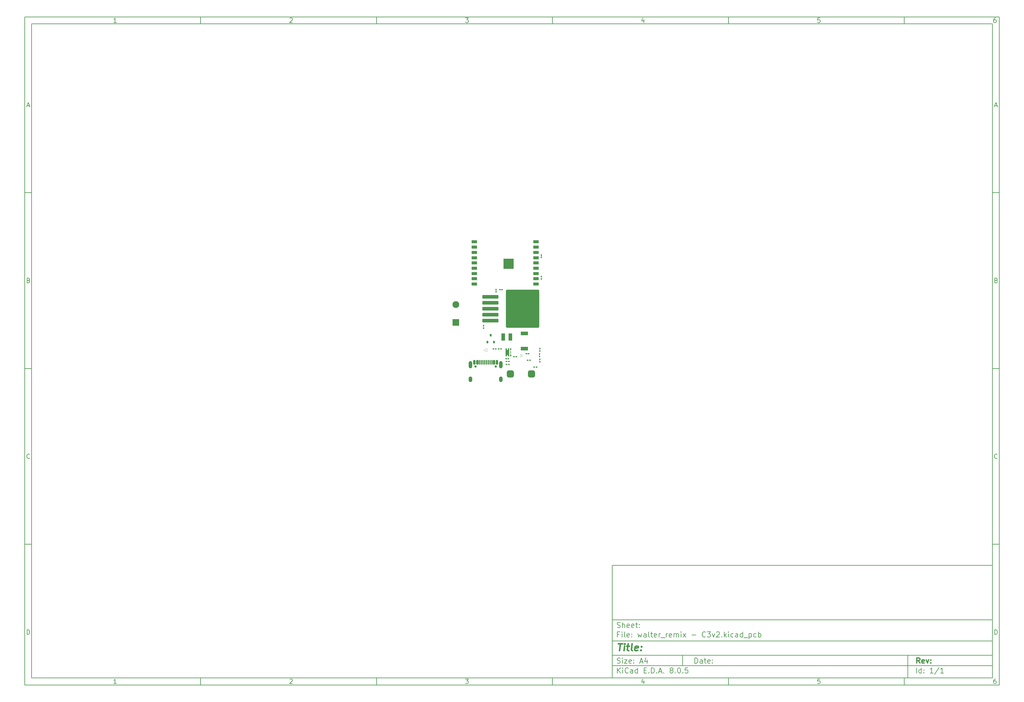
<source format=gbr>
%TF.GenerationSoftware,KiCad,Pcbnew,8.0.5*%
%TF.CreationDate,2024-12-27T02:30:01+01:00*%
%TF.ProjectId,walter_remix - C3v2,77616c74-6572-45f7-9265-6d6978202d20,rev?*%
%TF.SameCoordinates,Original*%
%TF.FileFunction,Soldermask,Top*%
%TF.FilePolarity,Negative*%
%FSLAX45Y45*%
G04 Gerber Fmt 4.5, Leading zero omitted, Abs format (unit mm)*
G04 Created by KiCad (PCBNEW 8.0.5) date 2024-12-27 02:30:01*
%MOMM*%
%LPD*%
G01*
G04 APERTURE LIST*
G04 Aperture macros list*
%AMRoundRect*
0 Rectangle with rounded corners*
0 $1 Rounding radius*
0 $2 $3 $4 $5 $6 $7 $8 $9 X,Y pos of 4 corners*
0 Add a 4 corners polygon primitive as box body*
4,1,4,$2,$3,$4,$5,$6,$7,$8,$9,$2,$3,0*
0 Add four circle primitives for the rounded corners*
1,1,$1+$1,$2,$3*
1,1,$1+$1,$4,$5*
1,1,$1+$1,$6,$7*
1,1,$1+$1,$8,$9*
0 Add four rect primitives between the rounded corners*
20,1,$1+$1,$2,$3,$4,$5,0*
20,1,$1+$1,$4,$5,$6,$7,0*
20,1,$1+$1,$6,$7,$8,$9,0*
20,1,$1+$1,$8,$9,$2,$3,0*%
G04 Aperture macros list end*
%ADD10C,0.100000*%
%ADD11C,0.150000*%
%ADD12C,0.300000*%
%ADD13C,0.400000*%
%ADD14C,0.600000*%
%ADD15R,2.900000X2.900000*%
%ADD16R,1.500000X0.900000*%
%ADD17R,1.950000X1.950000*%
%ADD18C,1.950000*%
%ADD19R,0.600000X0.700000*%
%ADD20R,0.180000X0.250000*%
%ADD21RoundRect,0.100000X-0.130000X-0.100000X0.130000X-0.100000X0.130000X0.100000X-0.130000X0.100000X0*%
%ADD22RoundRect,0.100000X0.130000X0.100000X-0.130000X0.100000X-0.130000X-0.100000X0.130000X-0.100000X0*%
%ADD23RoundRect,0.100000X0.100000X-0.130000X0.100000X0.130000X-0.100000X0.130000X-0.100000X-0.130000X0*%
%ADD24RoundRect,0.100000X-0.100000X0.130000X-0.100000X-0.130000X0.100000X-0.130000X0.100000X0.130000X0*%
%ADD25RoundRect,0.250000X-2.050000X-0.300000X2.050000X-0.300000X2.050000X0.300000X-2.050000X0.300000X0*%
%ADD26RoundRect,0.250002X-4.449998X-5.149998X4.449998X-5.149998X4.449998X5.149998X-4.449998X5.149998X0*%
%ADD27R,0.400000X0.500000*%
%ADD28R,1.050000X1.600000*%
%ADD29R,0.285000X0.920000*%
%ADD30R,1.000000X2.000000*%
%ADD31O,1.000000X1.600000*%
%ADD32O,1.000000X2.100000*%
%ADD33RoundRect,0.150000X-0.150000X-0.500000X0.150000X-0.500000X0.150000X0.500000X-0.150000X0.500000X0*%
%ADD34RoundRect,0.075000X-0.075000X-0.575000X0.075000X-0.575000X0.075000X0.575000X-0.075000X0.575000X0*%
%ADD35C,0.650000*%
%ADD36C,0.200000*%
%ADD37R,2.000000X1.000000*%
%ADD38RoundRect,0.500000X-0.500000X-0.500000X0.500000X-0.500000X0.500000X0.500000X-0.500000X0.500000X0*%
G04 APERTURE END LIST*
D10*
D11*
X17700220Y-16600720D02*
X28500220Y-16600720D01*
X28500220Y-19800720D01*
X17700220Y-19800720D01*
X17700220Y-16600720D01*
D10*
D11*
X1000000Y-1000000D02*
X28700220Y-1000000D01*
X28700220Y-20000720D01*
X1000000Y-20000720D01*
X1000000Y-1000000D01*
D10*
D11*
X1200000Y-1200000D02*
X28500220Y-1200000D01*
X28500220Y-19800720D01*
X1200000Y-19800720D01*
X1200000Y-1200000D01*
D10*
D11*
X6000000Y-1200000D02*
X6000000Y-1000000D01*
D10*
D11*
X11000000Y-1200000D02*
X11000000Y-1000000D01*
D10*
D11*
X16000000Y-1200000D02*
X16000000Y-1000000D01*
D10*
D11*
X21000000Y-1200000D02*
X21000000Y-1000000D01*
D10*
D11*
X26000000Y-1200000D02*
X26000000Y-1000000D01*
D10*
D11*
X3608916Y-1159360D02*
X3534630Y-1159360D01*
X3571773Y-1159360D02*
X3571773Y-1029360D01*
X3571773Y-1029360D02*
X3559392Y-1047932D01*
X3559392Y-1047932D02*
X3547011Y-1060313D01*
X3547011Y-1060313D02*
X3534630Y-1066503D01*
D10*
D11*
X8534630Y-1041741D02*
X8540821Y-1035551D01*
X8540821Y-1035551D02*
X8553202Y-1029360D01*
X8553202Y-1029360D02*
X8584154Y-1029360D01*
X8584154Y-1029360D02*
X8596535Y-1035551D01*
X8596535Y-1035551D02*
X8602726Y-1041741D01*
X8602726Y-1041741D02*
X8608916Y-1054122D01*
X8608916Y-1054122D02*
X8608916Y-1066503D01*
X8608916Y-1066503D02*
X8602726Y-1085075D01*
X8602726Y-1085075D02*
X8528440Y-1159360D01*
X8528440Y-1159360D02*
X8608916Y-1159360D01*
D10*
D11*
X13528440Y-1029360D02*
X13608916Y-1029360D01*
X13608916Y-1029360D02*
X13565583Y-1078884D01*
X13565583Y-1078884D02*
X13584154Y-1078884D01*
X13584154Y-1078884D02*
X13596535Y-1085075D01*
X13596535Y-1085075D02*
X13602725Y-1091265D01*
X13602725Y-1091265D02*
X13608916Y-1103646D01*
X13608916Y-1103646D02*
X13608916Y-1134599D01*
X13608916Y-1134599D02*
X13602725Y-1146980D01*
X13602725Y-1146980D02*
X13596535Y-1153170D01*
X13596535Y-1153170D02*
X13584154Y-1159360D01*
X13584154Y-1159360D02*
X13547011Y-1159360D01*
X13547011Y-1159360D02*
X13534630Y-1153170D01*
X13534630Y-1153170D02*
X13528440Y-1146980D01*
D10*
D11*
X18596535Y-1072694D02*
X18596535Y-1159360D01*
X18565583Y-1023170D02*
X18534630Y-1116027D01*
X18534630Y-1116027D02*
X18615106Y-1116027D01*
D10*
D11*
X23602725Y-1029360D02*
X23540821Y-1029360D01*
X23540821Y-1029360D02*
X23534630Y-1091265D01*
X23534630Y-1091265D02*
X23540821Y-1085075D01*
X23540821Y-1085075D02*
X23553202Y-1078884D01*
X23553202Y-1078884D02*
X23584154Y-1078884D01*
X23584154Y-1078884D02*
X23596535Y-1085075D01*
X23596535Y-1085075D02*
X23602725Y-1091265D01*
X23602725Y-1091265D02*
X23608916Y-1103646D01*
X23608916Y-1103646D02*
X23608916Y-1134599D01*
X23608916Y-1134599D02*
X23602725Y-1146980D01*
X23602725Y-1146980D02*
X23596535Y-1153170D01*
X23596535Y-1153170D02*
X23584154Y-1159360D01*
X23584154Y-1159360D02*
X23553202Y-1159360D01*
X23553202Y-1159360D02*
X23540821Y-1153170D01*
X23540821Y-1153170D02*
X23534630Y-1146980D01*
D10*
D11*
X28596535Y-1029360D02*
X28571773Y-1029360D01*
X28571773Y-1029360D02*
X28559392Y-1035551D01*
X28559392Y-1035551D02*
X28553202Y-1041741D01*
X28553202Y-1041741D02*
X28540821Y-1060313D01*
X28540821Y-1060313D02*
X28534630Y-1085075D01*
X28534630Y-1085075D02*
X28534630Y-1134599D01*
X28534630Y-1134599D02*
X28540821Y-1146980D01*
X28540821Y-1146980D02*
X28547011Y-1153170D01*
X28547011Y-1153170D02*
X28559392Y-1159360D01*
X28559392Y-1159360D02*
X28584154Y-1159360D01*
X28584154Y-1159360D02*
X28596535Y-1153170D01*
X28596535Y-1153170D02*
X28602725Y-1146980D01*
X28602725Y-1146980D02*
X28608916Y-1134599D01*
X28608916Y-1134599D02*
X28608916Y-1103646D01*
X28608916Y-1103646D02*
X28602725Y-1091265D01*
X28602725Y-1091265D02*
X28596535Y-1085075D01*
X28596535Y-1085075D02*
X28584154Y-1078884D01*
X28584154Y-1078884D02*
X28559392Y-1078884D01*
X28559392Y-1078884D02*
X28547011Y-1085075D01*
X28547011Y-1085075D02*
X28540821Y-1091265D01*
X28540821Y-1091265D02*
X28534630Y-1103646D01*
D10*
D11*
X6000000Y-19800720D02*
X6000000Y-20000720D01*
D10*
D11*
X11000000Y-19800720D02*
X11000000Y-20000720D01*
D10*
D11*
X16000000Y-19800720D02*
X16000000Y-20000720D01*
D10*
D11*
X21000000Y-19800720D02*
X21000000Y-20000720D01*
D10*
D11*
X26000000Y-19800720D02*
X26000000Y-20000720D01*
D10*
D11*
X3608916Y-19960080D02*
X3534630Y-19960080D01*
X3571773Y-19960080D02*
X3571773Y-19830080D01*
X3571773Y-19830080D02*
X3559392Y-19848652D01*
X3559392Y-19848652D02*
X3547011Y-19861033D01*
X3547011Y-19861033D02*
X3534630Y-19867223D01*
D10*
D11*
X8534630Y-19842461D02*
X8540821Y-19836271D01*
X8540821Y-19836271D02*
X8553202Y-19830080D01*
X8553202Y-19830080D02*
X8584154Y-19830080D01*
X8584154Y-19830080D02*
X8596535Y-19836271D01*
X8596535Y-19836271D02*
X8602726Y-19842461D01*
X8602726Y-19842461D02*
X8608916Y-19854842D01*
X8608916Y-19854842D02*
X8608916Y-19867223D01*
X8608916Y-19867223D02*
X8602726Y-19885795D01*
X8602726Y-19885795D02*
X8528440Y-19960080D01*
X8528440Y-19960080D02*
X8608916Y-19960080D01*
D10*
D11*
X13528440Y-19830080D02*
X13608916Y-19830080D01*
X13608916Y-19830080D02*
X13565583Y-19879604D01*
X13565583Y-19879604D02*
X13584154Y-19879604D01*
X13584154Y-19879604D02*
X13596535Y-19885795D01*
X13596535Y-19885795D02*
X13602725Y-19891985D01*
X13602725Y-19891985D02*
X13608916Y-19904366D01*
X13608916Y-19904366D02*
X13608916Y-19935319D01*
X13608916Y-19935319D02*
X13602725Y-19947700D01*
X13602725Y-19947700D02*
X13596535Y-19953890D01*
X13596535Y-19953890D02*
X13584154Y-19960080D01*
X13584154Y-19960080D02*
X13547011Y-19960080D01*
X13547011Y-19960080D02*
X13534630Y-19953890D01*
X13534630Y-19953890D02*
X13528440Y-19947700D01*
D10*
D11*
X18596535Y-19873414D02*
X18596535Y-19960080D01*
X18565583Y-19823890D02*
X18534630Y-19916747D01*
X18534630Y-19916747D02*
X18615106Y-19916747D01*
D10*
D11*
X23602725Y-19830080D02*
X23540821Y-19830080D01*
X23540821Y-19830080D02*
X23534630Y-19891985D01*
X23534630Y-19891985D02*
X23540821Y-19885795D01*
X23540821Y-19885795D02*
X23553202Y-19879604D01*
X23553202Y-19879604D02*
X23584154Y-19879604D01*
X23584154Y-19879604D02*
X23596535Y-19885795D01*
X23596535Y-19885795D02*
X23602725Y-19891985D01*
X23602725Y-19891985D02*
X23608916Y-19904366D01*
X23608916Y-19904366D02*
X23608916Y-19935319D01*
X23608916Y-19935319D02*
X23602725Y-19947700D01*
X23602725Y-19947700D02*
X23596535Y-19953890D01*
X23596535Y-19953890D02*
X23584154Y-19960080D01*
X23584154Y-19960080D02*
X23553202Y-19960080D01*
X23553202Y-19960080D02*
X23540821Y-19953890D01*
X23540821Y-19953890D02*
X23534630Y-19947700D01*
D10*
D11*
X28596535Y-19830080D02*
X28571773Y-19830080D01*
X28571773Y-19830080D02*
X28559392Y-19836271D01*
X28559392Y-19836271D02*
X28553202Y-19842461D01*
X28553202Y-19842461D02*
X28540821Y-19861033D01*
X28540821Y-19861033D02*
X28534630Y-19885795D01*
X28534630Y-19885795D02*
X28534630Y-19935319D01*
X28534630Y-19935319D02*
X28540821Y-19947700D01*
X28540821Y-19947700D02*
X28547011Y-19953890D01*
X28547011Y-19953890D02*
X28559392Y-19960080D01*
X28559392Y-19960080D02*
X28584154Y-19960080D01*
X28584154Y-19960080D02*
X28596535Y-19953890D01*
X28596535Y-19953890D02*
X28602725Y-19947700D01*
X28602725Y-19947700D02*
X28608916Y-19935319D01*
X28608916Y-19935319D02*
X28608916Y-19904366D01*
X28608916Y-19904366D02*
X28602725Y-19891985D01*
X28602725Y-19891985D02*
X28596535Y-19885795D01*
X28596535Y-19885795D02*
X28584154Y-19879604D01*
X28584154Y-19879604D02*
X28559392Y-19879604D01*
X28559392Y-19879604D02*
X28547011Y-19885795D01*
X28547011Y-19885795D02*
X28540821Y-19891985D01*
X28540821Y-19891985D02*
X28534630Y-19904366D01*
D10*
D11*
X1000000Y-6000000D02*
X1200000Y-6000000D01*
D10*
D11*
X1000000Y-11000000D02*
X1200000Y-11000000D01*
D10*
D11*
X1000000Y-16000000D02*
X1200000Y-16000000D01*
D10*
D11*
X1069048Y-3522218D02*
X1130952Y-3522218D01*
X1056667Y-3559360D02*
X1100000Y-3429360D01*
X1100000Y-3429360D02*
X1143333Y-3559360D01*
D10*
D11*
X1109286Y-8491265D02*
X1127857Y-8497456D01*
X1127857Y-8497456D02*
X1134048Y-8503646D01*
X1134048Y-8503646D02*
X1140238Y-8516027D01*
X1140238Y-8516027D02*
X1140238Y-8534599D01*
X1140238Y-8534599D02*
X1134048Y-8546980D01*
X1134048Y-8546980D02*
X1127857Y-8553170D01*
X1127857Y-8553170D02*
X1115476Y-8559360D01*
X1115476Y-8559360D02*
X1065952Y-8559360D01*
X1065952Y-8559360D02*
X1065952Y-8429360D01*
X1065952Y-8429360D02*
X1109286Y-8429360D01*
X1109286Y-8429360D02*
X1121667Y-8435551D01*
X1121667Y-8435551D02*
X1127857Y-8441741D01*
X1127857Y-8441741D02*
X1134048Y-8454122D01*
X1134048Y-8454122D02*
X1134048Y-8466503D01*
X1134048Y-8466503D02*
X1127857Y-8478884D01*
X1127857Y-8478884D02*
X1121667Y-8485075D01*
X1121667Y-8485075D02*
X1109286Y-8491265D01*
X1109286Y-8491265D02*
X1065952Y-8491265D01*
D10*
D11*
X1140238Y-13546979D02*
X1134048Y-13553170D01*
X1134048Y-13553170D02*
X1115476Y-13559360D01*
X1115476Y-13559360D02*
X1103095Y-13559360D01*
X1103095Y-13559360D02*
X1084524Y-13553170D01*
X1084524Y-13553170D02*
X1072143Y-13540789D01*
X1072143Y-13540789D02*
X1065952Y-13528408D01*
X1065952Y-13528408D02*
X1059762Y-13503646D01*
X1059762Y-13503646D02*
X1059762Y-13485075D01*
X1059762Y-13485075D02*
X1065952Y-13460313D01*
X1065952Y-13460313D02*
X1072143Y-13447932D01*
X1072143Y-13447932D02*
X1084524Y-13435551D01*
X1084524Y-13435551D02*
X1103095Y-13429360D01*
X1103095Y-13429360D02*
X1115476Y-13429360D01*
X1115476Y-13429360D02*
X1134048Y-13435551D01*
X1134048Y-13435551D02*
X1140238Y-13441741D01*
D10*
D11*
X1065952Y-18559360D02*
X1065952Y-18429360D01*
X1065952Y-18429360D02*
X1096905Y-18429360D01*
X1096905Y-18429360D02*
X1115476Y-18435551D01*
X1115476Y-18435551D02*
X1127857Y-18447932D01*
X1127857Y-18447932D02*
X1134048Y-18460313D01*
X1134048Y-18460313D02*
X1140238Y-18485075D01*
X1140238Y-18485075D02*
X1140238Y-18503646D01*
X1140238Y-18503646D02*
X1134048Y-18528408D01*
X1134048Y-18528408D02*
X1127857Y-18540789D01*
X1127857Y-18540789D02*
X1115476Y-18553170D01*
X1115476Y-18553170D02*
X1096905Y-18559360D01*
X1096905Y-18559360D02*
X1065952Y-18559360D01*
D10*
D11*
X28700220Y-6000000D02*
X28500220Y-6000000D01*
D10*
D11*
X28700220Y-11000000D02*
X28500220Y-11000000D01*
D10*
D11*
X28700220Y-16000000D02*
X28500220Y-16000000D01*
D10*
D11*
X28569268Y-3522218D02*
X28631172Y-3522218D01*
X28556887Y-3559360D02*
X28600220Y-3429360D01*
X28600220Y-3429360D02*
X28643553Y-3559360D01*
D10*
D11*
X28609506Y-8491265D02*
X28628077Y-8497456D01*
X28628077Y-8497456D02*
X28634268Y-8503646D01*
X28634268Y-8503646D02*
X28640458Y-8516027D01*
X28640458Y-8516027D02*
X28640458Y-8534599D01*
X28640458Y-8534599D02*
X28634268Y-8546980D01*
X28634268Y-8546980D02*
X28628077Y-8553170D01*
X28628077Y-8553170D02*
X28615696Y-8559360D01*
X28615696Y-8559360D02*
X28566172Y-8559360D01*
X28566172Y-8559360D02*
X28566172Y-8429360D01*
X28566172Y-8429360D02*
X28609506Y-8429360D01*
X28609506Y-8429360D02*
X28621887Y-8435551D01*
X28621887Y-8435551D02*
X28628077Y-8441741D01*
X28628077Y-8441741D02*
X28634268Y-8454122D01*
X28634268Y-8454122D02*
X28634268Y-8466503D01*
X28634268Y-8466503D02*
X28628077Y-8478884D01*
X28628077Y-8478884D02*
X28621887Y-8485075D01*
X28621887Y-8485075D02*
X28609506Y-8491265D01*
X28609506Y-8491265D02*
X28566172Y-8491265D01*
D10*
D11*
X28640458Y-13546979D02*
X28634268Y-13553170D01*
X28634268Y-13553170D02*
X28615696Y-13559360D01*
X28615696Y-13559360D02*
X28603315Y-13559360D01*
X28603315Y-13559360D02*
X28584744Y-13553170D01*
X28584744Y-13553170D02*
X28572363Y-13540789D01*
X28572363Y-13540789D02*
X28566172Y-13528408D01*
X28566172Y-13528408D02*
X28559982Y-13503646D01*
X28559982Y-13503646D02*
X28559982Y-13485075D01*
X28559982Y-13485075D02*
X28566172Y-13460313D01*
X28566172Y-13460313D02*
X28572363Y-13447932D01*
X28572363Y-13447932D02*
X28584744Y-13435551D01*
X28584744Y-13435551D02*
X28603315Y-13429360D01*
X28603315Y-13429360D02*
X28615696Y-13429360D01*
X28615696Y-13429360D02*
X28634268Y-13435551D01*
X28634268Y-13435551D02*
X28640458Y-13441741D01*
D10*
D11*
X28566172Y-18559360D02*
X28566172Y-18429360D01*
X28566172Y-18429360D02*
X28597125Y-18429360D01*
X28597125Y-18429360D02*
X28615696Y-18435551D01*
X28615696Y-18435551D02*
X28628077Y-18447932D01*
X28628077Y-18447932D02*
X28634268Y-18460313D01*
X28634268Y-18460313D02*
X28640458Y-18485075D01*
X28640458Y-18485075D02*
X28640458Y-18503646D01*
X28640458Y-18503646D02*
X28634268Y-18528408D01*
X28634268Y-18528408D02*
X28628077Y-18540789D01*
X28628077Y-18540789D02*
X28615696Y-18553170D01*
X28615696Y-18553170D02*
X28597125Y-18559360D01*
X28597125Y-18559360D02*
X28566172Y-18559360D01*
D10*
D11*
X20045803Y-19379333D02*
X20045803Y-19229333D01*
X20045803Y-19229333D02*
X20081517Y-19229333D01*
X20081517Y-19229333D02*
X20102946Y-19236476D01*
X20102946Y-19236476D02*
X20117231Y-19250761D01*
X20117231Y-19250761D02*
X20124374Y-19265047D01*
X20124374Y-19265047D02*
X20131517Y-19293619D01*
X20131517Y-19293619D02*
X20131517Y-19315047D01*
X20131517Y-19315047D02*
X20124374Y-19343619D01*
X20124374Y-19343619D02*
X20117231Y-19357904D01*
X20117231Y-19357904D02*
X20102946Y-19372190D01*
X20102946Y-19372190D02*
X20081517Y-19379333D01*
X20081517Y-19379333D02*
X20045803Y-19379333D01*
X20260088Y-19379333D02*
X20260088Y-19300761D01*
X20260088Y-19300761D02*
X20252946Y-19286476D01*
X20252946Y-19286476D02*
X20238660Y-19279333D01*
X20238660Y-19279333D02*
X20210088Y-19279333D01*
X20210088Y-19279333D02*
X20195803Y-19286476D01*
X20260088Y-19372190D02*
X20245803Y-19379333D01*
X20245803Y-19379333D02*
X20210088Y-19379333D01*
X20210088Y-19379333D02*
X20195803Y-19372190D01*
X20195803Y-19372190D02*
X20188660Y-19357904D01*
X20188660Y-19357904D02*
X20188660Y-19343619D01*
X20188660Y-19343619D02*
X20195803Y-19329333D01*
X20195803Y-19329333D02*
X20210088Y-19322190D01*
X20210088Y-19322190D02*
X20245803Y-19322190D01*
X20245803Y-19322190D02*
X20260088Y-19315047D01*
X20310088Y-19279333D02*
X20367231Y-19279333D01*
X20331517Y-19229333D02*
X20331517Y-19357904D01*
X20331517Y-19357904D02*
X20338660Y-19372190D01*
X20338660Y-19372190D02*
X20352946Y-19379333D01*
X20352946Y-19379333D02*
X20367231Y-19379333D01*
X20474374Y-19372190D02*
X20460088Y-19379333D01*
X20460088Y-19379333D02*
X20431517Y-19379333D01*
X20431517Y-19379333D02*
X20417231Y-19372190D01*
X20417231Y-19372190D02*
X20410088Y-19357904D01*
X20410088Y-19357904D02*
X20410088Y-19300761D01*
X20410088Y-19300761D02*
X20417231Y-19286476D01*
X20417231Y-19286476D02*
X20431517Y-19279333D01*
X20431517Y-19279333D02*
X20460088Y-19279333D01*
X20460088Y-19279333D02*
X20474374Y-19286476D01*
X20474374Y-19286476D02*
X20481517Y-19300761D01*
X20481517Y-19300761D02*
X20481517Y-19315047D01*
X20481517Y-19315047D02*
X20410088Y-19329333D01*
X20545803Y-19365047D02*
X20552946Y-19372190D01*
X20552946Y-19372190D02*
X20545803Y-19379333D01*
X20545803Y-19379333D02*
X20538660Y-19372190D01*
X20538660Y-19372190D02*
X20545803Y-19365047D01*
X20545803Y-19365047D02*
X20545803Y-19379333D01*
X20545803Y-19286476D02*
X20552946Y-19293619D01*
X20552946Y-19293619D02*
X20545803Y-19300761D01*
X20545803Y-19300761D02*
X20538660Y-19293619D01*
X20538660Y-19293619D02*
X20545803Y-19286476D01*
X20545803Y-19286476D02*
X20545803Y-19300761D01*
D10*
D11*
X17700220Y-19450720D02*
X28500220Y-19450720D01*
D10*
D11*
X17845803Y-19659333D02*
X17845803Y-19509333D01*
X17931517Y-19659333D02*
X17867231Y-19573619D01*
X17931517Y-19509333D02*
X17845803Y-19595047D01*
X17995803Y-19659333D02*
X17995803Y-19559333D01*
X17995803Y-19509333D02*
X17988660Y-19516476D01*
X17988660Y-19516476D02*
X17995803Y-19523619D01*
X17995803Y-19523619D02*
X18002946Y-19516476D01*
X18002946Y-19516476D02*
X17995803Y-19509333D01*
X17995803Y-19509333D02*
X17995803Y-19523619D01*
X18152946Y-19645047D02*
X18145803Y-19652190D01*
X18145803Y-19652190D02*
X18124374Y-19659333D01*
X18124374Y-19659333D02*
X18110088Y-19659333D01*
X18110088Y-19659333D02*
X18088660Y-19652190D01*
X18088660Y-19652190D02*
X18074374Y-19637904D01*
X18074374Y-19637904D02*
X18067231Y-19623619D01*
X18067231Y-19623619D02*
X18060088Y-19595047D01*
X18060088Y-19595047D02*
X18060088Y-19573619D01*
X18060088Y-19573619D02*
X18067231Y-19545047D01*
X18067231Y-19545047D02*
X18074374Y-19530761D01*
X18074374Y-19530761D02*
X18088660Y-19516476D01*
X18088660Y-19516476D02*
X18110088Y-19509333D01*
X18110088Y-19509333D02*
X18124374Y-19509333D01*
X18124374Y-19509333D02*
X18145803Y-19516476D01*
X18145803Y-19516476D02*
X18152946Y-19523619D01*
X18281517Y-19659333D02*
X18281517Y-19580761D01*
X18281517Y-19580761D02*
X18274374Y-19566476D01*
X18274374Y-19566476D02*
X18260088Y-19559333D01*
X18260088Y-19559333D02*
X18231517Y-19559333D01*
X18231517Y-19559333D02*
X18217231Y-19566476D01*
X18281517Y-19652190D02*
X18267231Y-19659333D01*
X18267231Y-19659333D02*
X18231517Y-19659333D01*
X18231517Y-19659333D02*
X18217231Y-19652190D01*
X18217231Y-19652190D02*
X18210088Y-19637904D01*
X18210088Y-19637904D02*
X18210088Y-19623619D01*
X18210088Y-19623619D02*
X18217231Y-19609333D01*
X18217231Y-19609333D02*
X18231517Y-19602190D01*
X18231517Y-19602190D02*
X18267231Y-19602190D01*
X18267231Y-19602190D02*
X18281517Y-19595047D01*
X18417231Y-19659333D02*
X18417231Y-19509333D01*
X18417231Y-19652190D02*
X18402946Y-19659333D01*
X18402946Y-19659333D02*
X18374374Y-19659333D01*
X18374374Y-19659333D02*
X18360088Y-19652190D01*
X18360088Y-19652190D02*
X18352946Y-19645047D01*
X18352946Y-19645047D02*
X18345803Y-19630761D01*
X18345803Y-19630761D02*
X18345803Y-19587904D01*
X18345803Y-19587904D02*
X18352946Y-19573619D01*
X18352946Y-19573619D02*
X18360088Y-19566476D01*
X18360088Y-19566476D02*
X18374374Y-19559333D01*
X18374374Y-19559333D02*
X18402946Y-19559333D01*
X18402946Y-19559333D02*
X18417231Y-19566476D01*
X18602946Y-19580761D02*
X18652946Y-19580761D01*
X18674374Y-19659333D02*
X18602946Y-19659333D01*
X18602946Y-19659333D02*
X18602946Y-19509333D01*
X18602946Y-19509333D02*
X18674374Y-19509333D01*
X18738660Y-19645047D02*
X18745803Y-19652190D01*
X18745803Y-19652190D02*
X18738660Y-19659333D01*
X18738660Y-19659333D02*
X18731517Y-19652190D01*
X18731517Y-19652190D02*
X18738660Y-19645047D01*
X18738660Y-19645047D02*
X18738660Y-19659333D01*
X18810088Y-19659333D02*
X18810088Y-19509333D01*
X18810088Y-19509333D02*
X18845803Y-19509333D01*
X18845803Y-19509333D02*
X18867231Y-19516476D01*
X18867231Y-19516476D02*
X18881517Y-19530761D01*
X18881517Y-19530761D02*
X18888660Y-19545047D01*
X18888660Y-19545047D02*
X18895803Y-19573619D01*
X18895803Y-19573619D02*
X18895803Y-19595047D01*
X18895803Y-19595047D02*
X18888660Y-19623619D01*
X18888660Y-19623619D02*
X18881517Y-19637904D01*
X18881517Y-19637904D02*
X18867231Y-19652190D01*
X18867231Y-19652190D02*
X18845803Y-19659333D01*
X18845803Y-19659333D02*
X18810088Y-19659333D01*
X18960088Y-19645047D02*
X18967231Y-19652190D01*
X18967231Y-19652190D02*
X18960088Y-19659333D01*
X18960088Y-19659333D02*
X18952946Y-19652190D01*
X18952946Y-19652190D02*
X18960088Y-19645047D01*
X18960088Y-19645047D02*
X18960088Y-19659333D01*
X19024374Y-19616476D02*
X19095803Y-19616476D01*
X19010089Y-19659333D02*
X19060089Y-19509333D01*
X19060089Y-19509333D02*
X19110089Y-19659333D01*
X19160088Y-19645047D02*
X19167231Y-19652190D01*
X19167231Y-19652190D02*
X19160088Y-19659333D01*
X19160088Y-19659333D02*
X19152946Y-19652190D01*
X19152946Y-19652190D02*
X19160088Y-19645047D01*
X19160088Y-19645047D02*
X19160088Y-19659333D01*
X19367231Y-19573619D02*
X19352946Y-19566476D01*
X19352946Y-19566476D02*
X19345803Y-19559333D01*
X19345803Y-19559333D02*
X19338660Y-19545047D01*
X19338660Y-19545047D02*
X19338660Y-19537904D01*
X19338660Y-19537904D02*
X19345803Y-19523619D01*
X19345803Y-19523619D02*
X19352946Y-19516476D01*
X19352946Y-19516476D02*
X19367231Y-19509333D01*
X19367231Y-19509333D02*
X19395803Y-19509333D01*
X19395803Y-19509333D02*
X19410089Y-19516476D01*
X19410089Y-19516476D02*
X19417231Y-19523619D01*
X19417231Y-19523619D02*
X19424374Y-19537904D01*
X19424374Y-19537904D02*
X19424374Y-19545047D01*
X19424374Y-19545047D02*
X19417231Y-19559333D01*
X19417231Y-19559333D02*
X19410089Y-19566476D01*
X19410089Y-19566476D02*
X19395803Y-19573619D01*
X19395803Y-19573619D02*
X19367231Y-19573619D01*
X19367231Y-19573619D02*
X19352946Y-19580761D01*
X19352946Y-19580761D02*
X19345803Y-19587904D01*
X19345803Y-19587904D02*
X19338660Y-19602190D01*
X19338660Y-19602190D02*
X19338660Y-19630761D01*
X19338660Y-19630761D02*
X19345803Y-19645047D01*
X19345803Y-19645047D02*
X19352946Y-19652190D01*
X19352946Y-19652190D02*
X19367231Y-19659333D01*
X19367231Y-19659333D02*
X19395803Y-19659333D01*
X19395803Y-19659333D02*
X19410089Y-19652190D01*
X19410089Y-19652190D02*
X19417231Y-19645047D01*
X19417231Y-19645047D02*
X19424374Y-19630761D01*
X19424374Y-19630761D02*
X19424374Y-19602190D01*
X19424374Y-19602190D02*
X19417231Y-19587904D01*
X19417231Y-19587904D02*
X19410089Y-19580761D01*
X19410089Y-19580761D02*
X19395803Y-19573619D01*
X19488660Y-19645047D02*
X19495803Y-19652190D01*
X19495803Y-19652190D02*
X19488660Y-19659333D01*
X19488660Y-19659333D02*
X19481517Y-19652190D01*
X19481517Y-19652190D02*
X19488660Y-19645047D01*
X19488660Y-19645047D02*
X19488660Y-19659333D01*
X19588660Y-19509333D02*
X19602946Y-19509333D01*
X19602946Y-19509333D02*
X19617231Y-19516476D01*
X19617231Y-19516476D02*
X19624374Y-19523619D01*
X19624374Y-19523619D02*
X19631517Y-19537904D01*
X19631517Y-19537904D02*
X19638660Y-19566476D01*
X19638660Y-19566476D02*
X19638660Y-19602190D01*
X19638660Y-19602190D02*
X19631517Y-19630761D01*
X19631517Y-19630761D02*
X19624374Y-19645047D01*
X19624374Y-19645047D02*
X19617231Y-19652190D01*
X19617231Y-19652190D02*
X19602946Y-19659333D01*
X19602946Y-19659333D02*
X19588660Y-19659333D01*
X19588660Y-19659333D02*
X19574374Y-19652190D01*
X19574374Y-19652190D02*
X19567231Y-19645047D01*
X19567231Y-19645047D02*
X19560088Y-19630761D01*
X19560088Y-19630761D02*
X19552946Y-19602190D01*
X19552946Y-19602190D02*
X19552946Y-19566476D01*
X19552946Y-19566476D02*
X19560088Y-19537904D01*
X19560088Y-19537904D02*
X19567231Y-19523619D01*
X19567231Y-19523619D02*
X19574374Y-19516476D01*
X19574374Y-19516476D02*
X19588660Y-19509333D01*
X19702946Y-19645047D02*
X19710088Y-19652190D01*
X19710088Y-19652190D02*
X19702946Y-19659333D01*
X19702946Y-19659333D02*
X19695803Y-19652190D01*
X19695803Y-19652190D02*
X19702946Y-19645047D01*
X19702946Y-19645047D02*
X19702946Y-19659333D01*
X19845803Y-19509333D02*
X19774374Y-19509333D01*
X19774374Y-19509333D02*
X19767231Y-19580761D01*
X19767231Y-19580761D02*
X19774374Y-19573619D01*
X19774374Y-19573619D02*
X19788660Y-19566476D01*
X19788660Y-19566476D02*
X19824374Y-19566476D01*
X19824374Y-19566476D02*
X19838660Y-19573619D01*
X19838660Y-19573619D02*
X19845803Y-19580761D01*
X19845803Y-19580761D02*
X19852946Y-19595047D01*
X19852946Y-19595047D02*
X19852946Y-19630761D01*
X19852946Y-19630761D02*
X19845803Y-19645047D01*
X19845803Y-19645047D02*
X19838660Y-19652190D01*
X19838660Y-19652190D02*
X19824374Y-19659333D01*
X19824374Y-19659333D02*
X19788660Y-19659333D01*
X19788660Y-19659333D02*
X19774374Y-19652190D01*
X19774374Y-19652190D02*
X19767231Y-19645047D01*
D10*
D11*
X17700220Y-19150720D02*
X28500220Y-19150720D01*
D10*
D12*
X26441385Y-19378553D02*
X26391385Y-19307124D01*
X26355671Y-19378553D02*
X26355671Y-19228553D01*
X26355671Y-19228553D02*
X26412814Y-19228553D01*
X26412814Y-19228553D02*
X26427100Y-19235696D01*
X26427100Y-19235696D02*
X26434242Y-19242839D01*
X26434242Y-19242839D02*
X26441385Y-19257124D01*
X26441385Y-19257124D02*
X26441385Y-19278553D01*
X26441385Y-19278553D02*
X26434242Y-19292839D01*
X26434242Y-19292839D02*
X26427100Y-19299981D01*
X26427100Y-19299981D02*
X26412814Y-19307124D01*
X26412814Y-19307124D02*
X26355671Y-19307124D01*
X26562814Y-19371410D02*
X26548528Y-19378553D01*
X26548528Y-19378553D02*
X26519957Y-19378553D01*
X26519957Y-19378553D02*
X26505671Y-19371410D01*
X26505671Y-19371410D02*
X26498528Y-19357124D01*
X26498528Y-19357124D02*
X26498528Y-19299981D01*
X26498528Y-19299981D02*
X26505671Y-19285696D01*
X26505671Y-19285696D02*
X26519957Y-19278553D01*
X26519957Y-19278553D02*
X26548528Y-19278553D01*
X26548528Y-19278553D02*
X26562814Y-19285696D01*
X26562814Y-19285696D02*
X26569957Y-19299981D01*
X26569957Y-19299981D02*
X26569957Y-19314267D01*
X26569957Y-19314267D02*
X26498528Y-19328553D01*
X26619957Y-19278553D02*
X26655671Y-19378553D01*
X26655671Y-19378553D02*
X26691385Y-19278553D01*
X26748528Y-19364267D02*
X26755671Y-19371410D01*
X26755671Y-19371410D02*
X26748528Y-19378553D01*
X26748528Y-19378553D02*
X26741385Y-19371410D01*
X26741385Y-19371410D02*
X26748528Y-19364267D01*
X26748528Y-19364267D02*
X26748528Y-19378553D01*
X26748528Y-19285696D02*
X26755671Y-19292839D01*
X26755671Y-19292839D02*
X26748528Y-19299981D01*
X26748528Y-19299981D02*
X26741385Y-19292839D01*
X26741385Y-19292839D02*
X26748528Y-19285696D01*
X26748528Y-19285696D02*
X26748528Y-19299981D01*
D10*
D11*
X17838660Y-19372190D02*
X17860088Y-19379333D01*
X17860088Y-19379333D02*
X17895803Y-19379333D01*
X17895803Y-19379333D02*
X17910088Y-19372190D01*
X17910088Y-19372190D02*
X17917231Y-19365047D01*
X17917231Y-19365047D02*
X17924374Y-19350761D01*
X17924374Y-19350761D02*
X17924374Y-19336476D01*
X17924374Y-19336476D02*
X17917231Y-19322190D01*
X17917231Y-19322190D02*
X17910088Y-19315047D01*
X17910088Y-19315047D02*
X17895803Y-19307904D01*
X17895803Y-19307904D02*
X17867231Y-19300761D01*
X17867231Y-19300761D02*
X17852946Y-19293619D01*
X17852946Y-19293619D02*
X17845803Y-19286476D01*
X17845803Y-19286476D02*
X17838660Y-19272190D01*
X17838660Y-19272190D02*
X17838660Y-19257904D01*
X17838660Y-19257904D02*
X17845803Y-19243619D01*
X17845803Y-19243619D02*
X17852946Y-19236476D01*
X17852946Y-19236476D02*
X17867231Y-19229333D01*
X17867231Y-19229333D02*
X17902946Y-19229333D01*
X17902946Y-19229333D02*
X17924374Y-19236476D01*
X17988660Y-19379333D02*
X17988660Y-19279333D01*
X17988660Y-19229333D02*
X17981517Y-19236476D01*
X17981517Y-19236476D02*
X17988660Y-19243619D01*
X17988660Y-19243619D02*
X17995803Y-19236476D01*
X17995803Y-19236476D02*
X17988660Y-19229333D01*
X17988660Y-19229333D02*
X17988660Y-19243619D01*
X18045803Y-19279333D02*
X18124374Y-19279333D01*
X18124374Y-19279333D02*
X18045803Y-19379333D01*
X18045803Y-19379333D02*
X18124374Y-19379333D01*
X18238660Y-19372190D02*
X18224374Y-19379333D01*
X18224374Y-19379333D02*
X18195803Y-19379333D01*
X18195803Y-19379333D02*
X18181517Y-19372190D01*
X18181517Y-19372190D02*
X18174374Y-19357904D01*
X18174374Y-19357904D02*
X18174374Y-19300761D01*
X18174374Y-19300761D02*
X18181517Y-19286476D01*
X18181517Y-19286476D02*
X18195803Y-19279333D01*
X18195803Y-19279333D02*
X18224374Y-19279333D01*
X18224374Y-19279333D02*
X18238660Y-19286476D01*
X18238660Y-19286476D02*
X18245803Y-19300761D01*
X18245803Y-19300761D02*
X18245803Y-19315047D01*
X18245803Y-19315047D02*
X18174374Y-19329333D01*
X18310088Y-19365047D02*
X18317231Y-19372190D01*
X18317231Y-19372190D02*
X18310088Y-19379333D01*
X18310088Y-19379333D02*
X18302946Y-19372190D01*
X18302946Y-19372190D02*
X18310088Y-19365047D01*
X18310088Y-19365047D02*
X18310088Y-19379333D01*
X18310088Y-19286476D02*
X18317231Y-19293619D01*
X18317231Y-19293619D02*
X18310088Y-19300761D01*
X18310088Y-19300761D02*
X18302946Y-19293619D01*
X18302946Y-19293619D02*
X18310088Y-19286476D01*
X18310088Y-19286476D02*
X18310088Y-19300761D01*
X18488660Y-19336476D02*
X18560088Y-19336476D01*
X18474374Y-19379333D02*
X18524374Y-19229333D01*
X18524374Y-19229333D02*
X18574374Y-19379333D01*
X18688660Y-19279333D02*
X18688660Y-19379333D01*
X18652946Y-19222190D02*
X18617231Y-19329333D01*
X18617231Y-19329333D02*
X18710088Y-19329333D01*
D10*
D11*
X26345803Y-19659333D02*
X26345803Y-19509333D01*
X26481517Y-19659333D02*
X26481517Y-19509333D01*
X26481517Y-19652190D02*
X26467231Y-19659333D01*
X26467231Y-19659333D02*
X26438660Y-19659333D01*
X26438660Y-19659333D02*
X26424374Y-19652190D01*
X26424374Y-19652190D02*
X26417231Y-19645047D01*
X26417231Y-19645047D02*
X26410088Y-19630761D01*
X26410088Y-19630761D02*
X26410088Y-19587904D01*
X26410088Y-19587904D02*
X26417231Y-19573619D01*
X26417231Y-19573619D02*
X26424374Y-19566476D01*
X26424374Y-19566476D02*
X26438660Y-19559333D01*
X26438660Y-19559333D02*
X26467231Y-19559333D01*
X26467231Y-19559333D02*
X26481517Y-19566476D01*
X26552945Y-19645047D02*
X26560088Y-19652190D01*
X26560088Y-19652190D02*
X26552945Y-19659333D01*
X26552945Y-19659333D02*
X26545803Y-19652190D01*
X26545803Y-19652190D02*
X26552945Y-19645047D01*
X26552945Y-19645047D02*
X26552945Y-19659333D01*
X26552945Y-19566476D02*
X26560088Y-19573619D01*
X26560088Y-19573619D02*
X26552945Y-19580761D01*
X26552945Y-19580761D02*
X26545803Y-19573619D01*
X26545803Y-19573619D02*
X26552945Y-19566476D01*
X26552945Y-19566476D02*
X26552945Y-19580761D01*
X26817231Y-19659333D02*
X26731517Y-19659333D01*
X26774374Y-19659333D02*
X26774374Y-19509333D01*
X26774374Y-19509333D02*
X26760088Y-19530761D01*
X26760088Y-19530761D02*
X26745803Y-19545047D01*
X26745803Y-19545047D02*
X26731517Y-19552190D01*
X26988660Y-19502190D02*
X26860088Y-19695047D01*
X27117231Y-19659333D02*
X27031517Y-19659333D01*
X27074374Y-19659333D02*
X27074374Y-19509333D01*
X27074374Y-19509333D02*
X27060088Y-19530761D01*
X27060088Y-19530761D02*
X27045803Y-19545047D01*
X27045803Y-19545047D02*
X27031517Y-19552190D01*
D10*
D11*
X17700220Y-18750720D02*
X28500220Y-18750720D01*
D10*
D13*
X17869393Y-18821164D02*
X17983679Y-18821164D01*
X17901536Y-19021164D02*
X17926536Y-18821164D01*
X18025345Y-19021164D02*
X18042012Y-18887830D01*
X18050345Y-18821164D02*
X18039631Y-18830688D01*
X18039631Y-18830688D02*
X18047964Y-18840211D01*
X18047964Y-18840211D02*
X18058679Y-18830688D01*
X18058679Y-18830688D02*
X18050345Y-18821164D01*
X18050345Y-18821164D02*
X18047964Y-18840211D01*
X18108679Y-18887830D02*
X18184869Y-18887830D01*
X18145583Y-18821164D02*
X18124155Y-18992592D01*
X18124155Y-18992592D02*
X18131298Y-19011640D01*
X18131298Y-19011640D02*
X18149155Y-19021164D01*
X18149155Y-19021164D02*
X18168202Y-19021164D01*
X18263441Y-19021164D02*
X18245583Y-19011640D01*
X18245583Y-19011640D02*
X18238441Y-18992592D01*
X18238441Y-18992592D02*
X18259869Y-18821164D01*
X18417012Y-19011640D02*
X18396774Y-19021164D01*
X18396774Y-19021164D02*
X18358679Y-19021164D01*
X18358679Y-19021164D02*
X18340821Y-19011640D01*
X18340821Y-19011640D02*
X18333679Y-18992592D01*
X18333679Y-18992592D02*
X18343202Y-18916402D01*
X18343202Y-18916402D02*
X18355107Y-18897354D01*
X18355107Y-18897354D02*
X18375345Y-18887830D01*
X18375345Y-18887830D02*
X18413440Y-18887830D01*
X18413440Y-18887830D02*
X18431298Y-18897354D01*
X18431298Y-18897354D02*
X18438440Y-18916402D01*
X18438440Y-18916402D02*
X18436060Y-18935450D01*
X18436060Y-18935450D02*
X18338440Y-18954497D01*
X18513441Y-19002116D02*
X18521774Y-19011640D01*
X18521774Y-19011640D02*
X18511060Y-19021164D01*
X18511060Y-19021164D02*
X18502726Y-19011640D01*
X18502726Y-19011640D02*
X18513441Y-19002116D01*
X18513441Y-19002116D02*
X18511060Y-19021164D01*
X18526536Y-18897354D02*
X18534869Y-18906878D01*
X18534869Y-18906878D02*
X18524155Y-18916402D01*
X18524155Y-18916402D02*
X18515821Y-18906878D01*
X18515821Y-18906878D02*
X18526536Y-18897354D01*
X18526536Y-18897354D02*
X18524155Y-18916402D01*
D10*
D11*
X17895803Y-18560761D02*
X17845803Y-18560761D01*
X17845803Y-18639333D02*
X17845803Y-18489333D01*
X17845803Y-18489333D02*
X17917231Y-18489333D01*
X17974374Y-18639333D02*
X17974374Y-18539333D01*
X17974374Y-18489333D02*
X17967231Y-18496476D01*
X17967231Y-18496476D02*
X17974374Y-18503619D01*
X17974374Y-18503619D02*
X17981517Y-18496476D01*
X17981517Y-18496476D02*
X17974374Y-18489333D01*
X17974374Y-18489333D02*
X17974374Y-18503619D01*
X18067231Y-18639333D02*
X18052946Y-18632190D01*
X18052946Y-18632190D02*
X18045803Y-18617904D01*
X18045803Y-18617904D02*
X18045803Y-18489333D01*
X18181517Y-18632190D02*
X18167231Y-18639333D01*
X18167231Y-18639333D02*
X18138660Y-18639333D01*
X18138660Y-18639333D02*
X18124374Y-18632190D01*
X18124374Y-18632190D02*
X18117231Y-18617904D01*
X18117231Y-18617904D02*
X18117231Y-18560761D01*
X18117231Y-18560761D02*
X18124374Y-18546476D01*
X18124374Y-18546476D02*
X18138660Y-18539333D01*
X18138660Y-18539333D02*
X18167231Y-18539333D01*
X18167231Y-18539333D02*
X18181517Y-18546476D01*
X18181517Y-18546476D02*
X18188660Y-18560761D01*
X18188660Y-18560761D02*
X18188660Y-18575047D01*
X18188660Y-18575047D02*
X18117231Y-18589333D01*
X18252945Y-18625047D02*
X18260088Y-18632190D01*
X18260088Y-18632190D02*
X18252945Y-18639333D01*
X18252945Y-18639333D02*
X18245803Y-18632190D01*
X18245803Y-18632190D02*
X18252945Y-18625047D01*
X18252945Y-18625047D02*
X18252945Y-18639333D01*
X18252945Y-18546476D02*
X18260088Y-18553619D01*
X18260088Y-18553619D02*
X18252945Y-18560761D01*
X18252945Y-18560761D02*
X18245803Y-18553619D01*
X18245803Y-18553619D02*
X18252945Y-18546476D01*
X18252945Y-18546476D02*
X18252945Y-18560761D01*
X18424374Y-18539333D02*
X18452946Y-18639333D01*
X18452946Y-18639333D02*
X18481517Y-18567904D01*
X18481517Y-18567904D02*
X18510088Y-18639333D01*
X18510088Y-18639333D02*
X18538660Y-18539333D01*
X18660088Y-18639333D02*
X18660088Y-18560761D01*
X18660088Y-18560761D02*
X18652946Y-18546476D01*
X18652946Y-18546476D02*
X18638660Y-18539333D01*
X18638660Y-18539333D02*
X18610088Y-18539333D01*
X18610088Y-18539333D02*
X18595803Y-18546476D01*
X18660088Y-18632190D02*
X18645803Y-18639333D01*
X18645803Y-18639333D02*
X18610088Y-18639333D01*
X18610088Y-18639333D02*
X18595803Y-18632190D01*
X18595803Y-18632190D02*
X18588660Y-18617904D01*
X18588660Y-18617904D02*
X18588660Y-18603619D01*
X18588660Y-18603619D02*
X18595803Y-18589333D01*
X18595803Y-18589333D02*
X18610088Y-18582190D01*
X18610088Y-18582190D02*
X18645803Y-18582190D01*
X18645803Y-18582190D02*
X18660088Y-18575047D01*
X18752946Y-18639333D02*
X18738660Y-18632190D01*
X18738660Y-18632190D02*
X18731517Y-18617904D01*
X18731517Y-18617904D02*
X18731517Y-18489333D01*
X18788660Y-18539333D02*
X18845803Y-18539333D01*
X18810088Y-18489333D02*
X18810088Y-18617904D01*
X18810088Y-18617904D02*
X18817231Y-18632190D01*
X18817231Y-18632190D02*
X18831517Y-18639333D01*
X18831517Y-18639333D02*
X18845803Y-18639333D01*
X18952946Y-18632190D02*
X18938660Y-18639333D01*
X18938660Y-18639333D02*
X18910088Y-18639333D01*
X18910088Y-18639333D02*
X18895803Y-18632190D01*
X18895803Y-18632190D02*
X18888660Y-18617904D01*
X18888660Y-18617904D02*
X18888660Y-18560761D01*
X18888660Y-18560761D02*
X18895803Y-18546476D01*
X18895803Y-18546476D02*
X18910088Y-18539333D01*
X18910088Y-18539333D02*
X18938660Y-18539333D01*
X18938660Y-18539333D02*
X18952946Y-18546476D01*
X18952946Y-18546476D02*
X18960088Y-18560761D01*
X18960088Y-18560761D02*
X18960088Y-18575047D01*
X18960088Y-18575047D02*
X18888660Y-18589333D01*
X19024374Y-18639333D02*
X19024374Y-18539333D01*
X19024374Y-18567904D02*
X19031517Y-18553619D01*
X19031517Y-18553619D02*
X19038660Y-18546476D01*
X19038660Y-18546476D02*
X19052946Y-18539333D01*
X19052946Y-18539333D02*
X19067231Y-18539333D01*
X19081517Y-18653619D02*
X19195803Y-18653619D01*
X19231517Y-18639333D02*
X19231517Y-18539333D01*
X19231517Y-18567904D02*
X19238660Y-18553619D01*
X19238660Y-18553619D02*
X19245803Y-18546476D01*
X19245803Y-18546476D02*
X19260088Y-18539333D01*
X19260088Y-18539333D02*
X19274374Y-18539333D01*
X19381517Y-18632190D02*
X19367231Y-18639333D01*
X19367231Y-18639333D02*
X19338660Y-18639333D01*
X19338660Y-18639333D02*
X19324374Y-18632190D01*
X19324374Y-18632190D02*
X19317231Y-18617904D01*
X19317231Y-18617904D02*
X19317231Y-18560761D01*
X19317231Y-18560761D02*
X19324374Y-18546476D01*
X19324374Y-18546476D02*
X19338660Y-18539333D01*
X19338660Y-18539333D02*
X19367231Y-18539333D01*
X19367231Y-18539333D02*
X19381517Y-18546476D01*
X19381517Y-18546476D02*
X19388660Y-18560761D01*
X19388660Y-18560761D02*
X19388660Y-18575047D01*
X19388660Y-18575047D02*
X19317231Y-18589333D01*
X19452945Y-18639333D02*
X19452945Y-18539333D01*
X19452945Y-18553619D02*
X19460088Y-18546476D01*
X19460088Y-18546476D02*
X19474374Y-18539333D01*
X19474374Y-18539333D02*
X19495803Y-18539333D01*
X19495803Y-18539333D02*
X19510088Y-18546476D01*
X19510088Y-18546476D02*
X19517231Y-18560761D01*
X19517231Y-18560761D02*
X19517231Y-18639333D01*
X19517231Y-18560761D02*
X19524374Y-18546476D01*
X19524374Y-18546476D02*
X19538660Y-18539333D01*
X19538660Y-18539333D02*
X19560088Y-18539333D01*
X19560088Y-18539333D02*
X19574374Y-18546476D01*
X19574374Y-18546476D02*
X19581517Y-18560761D01*
X19581517Y-18560761D02*
X19581517Y-18639333D01*
X19652945Y-18639333D02*
X19652945Y-18539333D01*
X19652945Y-18489333D02*
X19645803Y-18496476D01*
X19645803Y-18496476D02*
X19652945Y-18503619D01*
X19652945Y-18503619D02*
X19660088Y-18496476D01*
X19660088Y-18496476D02*
X19652945Y-18489333D01*
X19652945Y-18489333D02*
X19652945Y-18503619D01*
X19710088Y-18639333D02*
X19788660Y-18539333D01*
X19710088Y-18539333D02*
X19788660Y-18639333D01*
X19960088Y-18582190D02*
X20074374Y-18582190D01*
X20345803Y-18625047D02*
X20338660Y-18632190D01*
X20338660Y-18632190D02*
X20317231Y-18639333D01*
X20317231Y-18639333D02*
X20302945Y-18639333D01*
X20302945Y-18639333D02*
X20281517Y-18632190D01*
X20281517Y-18632190D02*
X20267231Y-18617904D01*
X20267231Y-18617904D02*
X20260088Y-18603619D01*
X20260088Y-18603619D02*
X20252945Y-18575047D01*
X20252945Y-18575047D02*
X20252945Y-18553619D01*
X20252945Y-18553619D02*
X20260088Y-18525047D01*
X20260088Y-18525047D02*
X20267231Y-18510761D01*
X20267231Y-18510761D02*
X20281517Y-18496476D01*
X20281517Y-18496476D02*
X20302945Y-18489333D01*
X20302945Y-18489333D02*
X20317231Y-18489333D01*
X20317231Y-18489333D02*
X20338660Y-18496476D01*
X20338660Y-18496476D02*
X20345803Y-18503619D01*
X20395803Y-18489333D02*
X20488660Y-18489333D01*
X20488660Y-18489333D02*
X20438660Y-18546476D01*
X20438660Y-18546476D02*
X20460088Y-18546476D01*
X20460088Y-18546476D02*
X20474374Y-18553619D01*
X20474374Y-18553619D02*
X20481517Y-18560761D01*
X20481517Y-18560761D02*
X20488660Y-18575047D01*
X20488660Y-18575047D02*
X20488660Y-18610761D01*
X20488660Y-18610761D02*
X20481517Y-18625047D01*
X20481517Y-18625047D02*
X20474374Y-18632190D01*
X20474374Y-18632190D02*
X20460088Y-18639333D01*
X20460088Y-18639333D02*
X20417231Y-18639333D01*
X20417231Y-18639333D02*
X20402945Y-18632190D01*
X20402945Y-18632190D02*
X20395803Y-18625047D01*
X20538660Y-18539333D02*
X20574374Y-18639333D01*
X20574374Y-18639333D02*
X20610088Y-18539333D01*
X20660088Y-18503619D02*
X20667231Y-18496476D01*
X20667231Y-18496476D02*
X20681517Y-18489333D01*
X20681517Y-18489333D02*
X20717231Y-18489333D01*
X20717231Y-18489333D02*
X20731517Y-18496476D01*
X20731517Y-18496476D02*
X20738660Y-18503619D01*
X20738660Y-18503619D02*
X20745803Y-18517904D01*
X20745803Y-18517904D02*
X20745803Y-18532190D01*
X20745803Y-18532190D02*
X20738660Y-18553619D01*
X20738660Y-18553619D02*
X20652945Y-18639333D01*
X20652945Y-18639333D02*
X20745803Y-18639333D01*
X20810088Y-18625047D02*
X20817231Y-18632190D01*
X20817231Y-18632190D02*
X20810088Y-18639333D01*
X20810088Y-18639333D02*
X20802945Y-18632190D01*
X20802945Y-18632190D02*
X20810088Y-18625047D01*
X20810088Y-18625047D02*
X20810088Y-18639333D01*
X20881517Y-18639333D02*
X20881517Y-18489333D01*
X20895803Y-18582190D02*
X20938660Y-18639333D01*
X20938660Y-18539333D02*
X20881517Y-18596476D01*
X21002945Y-18639333D02*
X21002945Y-18539333D01*
X21002945Y-18489333D02*
X20995803Y-18496476D01*
X20995803Y-18496476D02*
X21002945Y-18503619D01*
X21002945Y-18503619D02*
X21010088Y-18496476D01*
X21010088Y-18496476D02*
X21002945Y-18489333D01*
X21002945Y-18489333D02*
X21002945Y-18503619D01*
X21138660Y-18632190D02*
X21124374Y-18639333D01*
X21124374Y-18639333D02*
X21095803Y-18639333D01*
X21095803Y-18639333D02*
X21081517Y-18632190D01*
X21081517Y-18632190D02*
X21074374Y-18625047D01*
X21074374Y-18625047D02*
X21067231Y-18610761D01*
X21067231Y-18610761D02*
X21067231Y-18567904D01*
X21067231Y-18567904D02*
X21074374Y-18553619D01*
X21074374Y-18553619D02*
X21081517Y-18546476D01*
X21081517Y-18546476D02*
X21095803Y-18539333D01*
X21095803Y-18539333D02*
X21124374Y-18539333D01*
X21124374Y-18539333D02*
X21138660Y-18546476D01*
X21267231Y-18639333D02*
X21267231Y-18560761D01*
X21267231Y-18560761D02*
X21260088Y-18546476D01*
X21260088Y-18546476D02*
X21245803Y-18539333D01*
X21245803Y-18539333D02*
X21217231Y-18539333D01*
X21217231Y-18539333D02*
X21202945Y-18546476D01*
X21267231Y-18632190D02*
X21252945Y-18639333D01*
X21252945Y-18639333D02*
X21217231Y-18639333D01*
X21217231Y-18639333D02*
X21202945Y-18632190D01*
X21202945Y-18632190D02*
X21195803Y-18617904D01*
X21195803Y-18617904D02*
X21195803Y-18603619D01*
X21195803Y-18603619D02*
X21202945Y-18589333D01*
X21202945Y-18589333D02*
X21217231Y-18582190D01*
X21217231Y-18582190D02*
X21252945Y-18582190D01*
X21252945Y-18582190D02*
X21267231Y-18575047D01*
X21402945Y-18639333D02*
X21402945Y-18489333D01*
X21402945Y-18632190D02*
X21388660Y-18639333D01*
X21388660Y-18639333D02*
X21360088Y-18639333D01*
X21360088Y-18639333D02*
X21345803Y-18632190D01*
X21345803Y-18632190D02*
X21338660Y-18625047D01*
X21338660Y-18625047D02*
X21331517Y-18610761D01*
X21331517Y-18610761D02*
X21331517Y-18567904D01*
X21331517Y-18567904D02*
X21338660Y-18553619D01*
X21338660Y-18553619D02*
X21345803Y-18546476D01*
X21345803Y-18546476D02*
X21360088Y-18539333D01*
X21360088Y-18539333D02*
X21388660Y-18539333D01*
X21388660Y-18539333D02*
X21402945Y-18546476D01*
X21438660Y-18653619D02*
X21552945Y-18653619D01*
X21588660Y-18539333D02*
X21588660Y-18689333D01*
X21588660Y-18546476D02*
X21602945Y-18539333D01*
X21602945Y-18539333D02*
X21631517Y-18539333D01*
X21631517Y-18539333D02*
X21645803Y-18546476D01*
X21645803Y-18546476D02*
X21652945Y-18553619D01*
X21652945Y-18553619D02*
X21660088Y-18567904D01*
X21660088Y-18567904D02*
X21660088Y-18610761D01*
X21660088Y-18610761D02*
X21652945Y-18625047D01*
X21652945Y-18625047D02*
X21645803Y-18632190D01*
X21645803Y-18632190D02*
X21631517Y-18639333D01*
X21631517Y-18639333D02*
X21602945Y-18639333D01*
X21602945Y-18639333D02*
X21588660Y-18632190D01*
X21788660Y-18632190D02*
X21774374Y-18639333D01*
X21774374Y-18639333D02*
X21745803Y-18639333D01*
X21745803Y-18639333D02*
X21731517Y-18632190D01*
X21731517Y-18632190D02*
X21724374Y-18625047D01*
X21724374Y-18625047D02*
X21717231Y-18610761D01*
X21717231Y-18610761D02*
X21717231Y-18567904D01*
X21717231Y-18567904D02*
X21724374Y-18553619D01*
X21724374Y-18553619D02*
X21731517Y-18546476D01*
X21731517Y-18546476D02*
X21745803Y-18539333D01*
X21745803Y-18539333D02*
X21774374Y-18539333D01*
X21774374Y-18539333D02*
X21788660Y-18546476D01*
X21852945Y-18639333D02*
X21852945Y-18489333D01*
X21852945Y-18546476D02*
X21867231Y-18539333D01*
X21867231Y-18539333D02*
X21895803Y-18539333D01*
X21895803Y-18539333D02*
X21910088Y-18546476D01*
X21910088Y-18546476D02*
X21917231Y-18553619D01*
X21917231Y-18553619D02*
X21924374Y-18567904D01*
X21924374Y-18567904D02*
X21924374Y-18610761D01*
X21924374Y-18610761D02*
X21917231Y-18625047D01*
X21917231Y-18625047D02*
X21910088Y-18632190D01*
X21910088Y-18632190D02*
X21895803Y-18639333D01*
X21895803Y-18639333D02*
X21867231Y-18639333D01*
X21867231Y-18639333D02*
X21852945Y-18632190D01*
D10*
D11*
X17700220Y-18150720D02*
X28500220Y-18150720D01*
D10*
D11*
X17838660Y-18362190D02*
X17860088Y-18369333D01*
X17860088Y-18369333D02*
X17895803Y-18369333D01*
X17895803Y-18369333D02*
X17910088Y-18362190D01*
X17910088Y-18362190D02*
X17917231Y-18355047D01*
X17917231Y-18355047D02*
X17924374Y-18340761D01*
X17924374Y-18340761D02*
X17924374Y-18326476D01*
X17924374Y-18326476D02*
X17917231Y-18312190D01*
X17917231Y-18312190D02*
X17910088Y-18305047D01*
X17910088Y-18305047D02*
X17895803Y-18297904D01*
X17895803Y-18297904D02*
X17867231Y-18290761D01*
X17867231Y-18290761D02*
X17852946Y-18283619D01*
X17852946Y-18283619D02*
X17845803Y-18276476D01*
X17845803Y-18276476D02*
X17838660Y-18262190D01*
X17838660Y-18262190D02*
X17838660Y-18247904D01*
X17838660Y-18247904D02*
X17845803Y-18233619D01*
X17845803Y-18233619D02*
X17852946Y-18226476D01*
X17852946Y-18226476D02*
X17867231Y-18219333D01*
X17867231Y-18219333D02*
X17902946Y-18219333D01*
X17902946Y-18219333D02*
X17924374Y-18226476D01*
X17988660Y-18369333D02*
X17988660Y-18219333D01*
X18052946Y-18369333D02*
X18052946Y-18290761D01*
X18052946Y-18290761D02*
X18045803Y-18276476D01*
X18045803Y-18276476D02*
X18031517Y-18269333D01*
X18031517Y-18269333D02*
X18010088Y-18269333D01*
X18010088Y-18269333D02*
X17995803Y-18276476D01*
X17995803Y-18276476D02*
X17988660Y-18283619D01*
X18181517Y-18362190D02*
X18167231Y-18369333D01*
X18167231Y-18369333D02*
X18138660Y-18369333D01*
X18138660Y-18369333D02*
X18124374Y-18362190D01*
X18124374Y-18362190D02*
X18117231Y-18347904D01*
X18117231Y-18347904D02*
X18117231Y-18290761D01*
X18117231Y-18290761D02*
X18124374Y-18276476D01*
X18124374Y-18276476D02*
X18138660Y-18269333D01*
X18138660Y-18269333D02*
X18167231Y-18269333D01*
X18167231Y-18269333D02*
X18181517Y-18276476D01*
X18181517Y-18276476D02*
X18188660Y-18290761D01*
X18188660Y-18290761D02*
X18188660Y-18305047D01*
X18188660Y-18305047D02*
X18117231Y-18319333D01*
X18310088Y-18362190D02*
X18295803Y-18369333D01*
X18295803Y-18369333D02*
X18267231Y-18369333D01*
X18267231Y-18369333D02*
X18252945Y-18362190D01*
X18252945Y-18362190D02*
X18245803Y-18347904D01*
X18245803Y-18347904D02*
X18245803Y-18290761D01*
X18245803Y-18290761D02*
X18252945Y-18276476D01*
X18252945Y-18276476D02*
X18267231Y-18269333D01*
X18267231Y-18269333D02*
X18295803Y-18269333D01*
X18295803Y-18269333D02*
X18310088Y-18276476D01*
X18310088Y-18276476D02*
X18317231Y-18290761D01*
X18317231Y-18290761D02*
X18317231Y-18305047D01*
X18317231Y-18305047D02*
X18245803Y-18319333D01*
X18360088Y-18269333D02*
X18417231Y-18269333D01*
X18381517Y-18219333D02*
X18381517Y-18347904D01*
X18381517Y-18347904D02*
X18388660Y-18362190D01*
X18388660Y-18362190D02*
X18402945Y-18369333D01*
X18402945Y-18369333D02*
X18417231Y-18369333D01*
X18467231Y-18355047D02*
X18474374Y-18362190D01*
X18474374Y-18362190D02*
X18467231Y-18369333D01*
X18467231Y-18369333D02*
X18460088Y-18362190D01*
X18460088Y-18362190D02*
X18467231Y-18355047D01*
X18467231Y-18355047D02*
X18467231Y-18369333D01*
X18467231Y-18276476D02*
X18474374Y-18283619D01*
X18474374Y-18283619D02*
X18467231Y-18290761D01*
X18467231Y-18290761D02*
X18460088Y-18283619D01*
X18460088Y-18283619D02*
X18467231Y-18276476D01*
X18467231Y-18276476D02*
X18467231Y-18290761D01*
D10*
D11*
X19700220Y-19150720D02*
X19700220Y-19450720D01*
D10*
D11*
X26100220Y-19150720D02*
X26100220Y-19800720D01*
D14*
%TO.C,U1*%
X14863500Y-8072500D03*
X14863500Y-7962500D03*
X14808500Y-8127500D03*
X14808500Y-8017500D03*
X14808500Y-7907500D03*
X14753500Y-8072500D03*
D15*
X14753500Y-8017500D03*
D14*
X14753500Y-7962500D03*
X14698500Y-8127500D03*
X14698500Y-8017500D03*
X14698500Y-7907500D03*
X14643500Y-8072500D03*
X14643500Y-7962500D03*
D16*
X15532500Y-7397500D03*
X15532500Y-7547500D03*
X15532500Y-7697500D03*
X15532500Y-7847500D03*
X15532500Y-7997500D03*
X15532500Y-8147500D03*
X15532500Y-8297500D03*
X15532500Y-8447500D03*
X15532500Y-8597500D03*
X13782500Y-8597500D03*
X13782500Y-8447500D03*
X13782500Y-8297500D03*
X13782500Y-8147500D03*
X13782500Y-7997500D03*
X13782500Y-7847500D03*
X13782500Y-7697500D03*
X13782500Y-7547500D03*
X13782500Y-7397500D03*
%TD*%
D17*
%TO.C,J6*%
X13250000Y-9690000D03*
D18*
X13250000Y-9182000D03*
%TD*%
D19*
%TO.C,Q1*%
X14150000Y-10250000D03*
X14340000Y-10250000D03*
X14245000Y-10050000D03*
%TD*%
D20*
%TO.C,FL1*%
X14060000Y-10475000D03*
X14100000Y-10505000D03*
X14145000Y-10500000D03*
X14145000Y-10450000D03*
X14100000Y-10445000D03*
%TD*%
D21*
%TO.C,R25*%
X15296000Y-10760000D03*
X15360000Y-10760000D03*
%TD*%
D22*
%TO.C,R24*%
X14972000Y-10660000D03*
X14908000Y-10660000D03*
%TD*%
D23*
%TO.C,R23*%
X15640000Y-10497500D03*
X15640000Y-10433500D03*
%TD*%
%TO.C,R22*%
X15634500Y-10652000D03*
X15634500Y-10588000D03*
%TD*%
%TO.C,R21*%
X15640000Y-10806500D03*
X15640000Y-10742500D03*
%TD*%
D21*
%TO.C,R14*%
X14746500Y-10720000D03*
X14682500Y-10720000D03*
%TD*%
D22*
%TO.C,R10*%
X14537500Y-10440000D03*
X14473500Y-10440000D03*
%TD*%
%TO.C,R9*%
X14384000Y-10440000D03*
X14320000Y-10440000D03*
%TD*%
D23*
%TO.C,R8*%
X14040000Y-9846500D03*
X14040000Y-9782500D03*
%TD*%
D21*
%TO.C,R7*%
X15256000Y-10580000D03*
X15320000Y-10580000D03*
%TD*%
%TO.C,R6*%
X14502500Y-8760000D03*
X14566500Y-8760000D03*
%TD*%
D23*
%TO.C,C9*%
X15680000Y-7837500D03*
X15680000Y-7773500D03*
%TD*%
%TO.C,C5*%
X14400000Y-8820000D03*
X14400000Y-8756000D03*
%TD*%
D24*
%TO.C,C4*%
X15680000Y-8388000D03*
X15680000Y-8452000D03*
%TD*%
D21*
%TO.C,C3*%
X15480000Y-10960000D03*
X15544000Y-10960000D03*
%TD*%
%TO.C,C2*%
X14696000Y-10880000D03*
X14760000Y-10880000D03*
%TD*%
%TO.C,C1*%
X14693500Y-10800000D03*
X14757500Y-10800000D03*
%TD*%
D25*
%TO.C,U4*%
X14235000Y-9640000D03*
X14235000Y-9470000D03*
D26*
X15150000Y-9300000D03*
D25*
X14235000Y-9300000D03*
X14235000Y-9130000D03*
X14235000Y-8960000D03*
%TD*%
D27*
%TO.C,U2*%
X14685000Y-10450000D03*
X14685000Y-10630000D03*
D28*
X14717500Y-10540000D03*
D27*
X14750000Y-10450000D03*
X14750000Y-10630000D03*
X14815000Y-10450000D03*
D29*
X14815000Y-10540000D03*
D27*
X14815000Y-10630000D03*
%TD*%
D30*
%TO.C,L1*%
X14800000Y-10100000D03*
X14596800Y-10100000D03*
%TD*%
D31*
%TO.C,J1*%
X14532000Y-11307500D03*
D32*
X14532000Y-10889500D03*
D31*
X13668000Y-11307500D03*
D32*
X13668000Y-10889500D03*
D33*
X13780000Y-10825500D03*
X13860000Y-10825500D03*
D34*
X13925000Y-10825500D03*
X14025000Y-10825500D03*
X14175000Y-10825500D03*
X14275000Y-10825500D03*
D33*
X14340000Y-10825500D03*
X14420000Y-10825500D03*
X14420000Y-10825500D03*
X14340000Y-10825500D03*
D34*
X14225000Y-10825500D03*
X14125000Y-10825500D03*
X14075000Y-10825500D03*
X13975000Y-10825500D03*
D33*
X13860000Y-10825500D03*
X13780000Y-10825500D03*
D35*
X14389000Y-10939500D03*
X13811000Y-10939500D03*
%TD*%
D36*
%TO.C,IC1*%
X15100000Y-10615000D03*
X15135000Y-10615000D03*
X15100000Y-10650000D03*
X15135000Y-10650000D03*
%TD*%
D37*
%TO.C,D1*%
X15200000Y-10000000D03*
X15200000Y-10431800D03*
%TD*%
D38*
%TO.C,SW2*%
X14800000Y-11150000D03*
X15400000Y-11150000D03*
%TD*%
M02*

</source>
